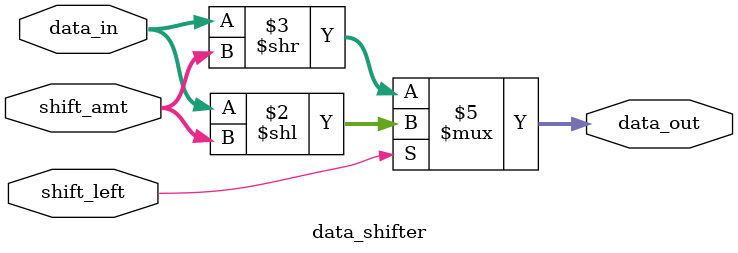
<source format=sv>
module var_width_shifter_axi4lite #(
    parameter ADDR_WIDTH = 4, // 16 bytes address space
    parameter DATA_WIDTH = 32
)(
    input  wire                   ACLK,
    input  wire                   ARESETN,

    // AXI4-Lite Slave Write Address Channel
    input  wire [ADDR_WIDTH-1:0]  S_AXI_AWADDR,
    input  wire                   S_AXI_AWVALID,
    output reg                    S_AXI_AWREADY,

    // AXI4-Lite Slave Write Data Channel
    input  wire [DATA_WIDTH-1:0]  S_AXI_WDATA,
    input  wire [(DATA_WIDTH/8)-1:0] S_AXI_WSTRB,
    input  wire                   S_AXI_WVALID,
    output reg                    S_AXI_WREADY,

    // AXI4-Lite Slave Write Response Channel
    output reg  [1:0]             S_AXI_BRESP,
    output reg                    S_AXI_BVALID,
    input  wire                   S_AXI_BREADY,

    // AXI4-Lite Slave Read Address Channel
    input  wire [ADDR_WIDTH-1:0]  S_AXI_ARADDR,
    input  wire                   S_AXI_ARVALID,
    output reg                    S_AXI_ARREADY,

    // AXI4-Lite Slave Read Data Channel
    output reg [DATA_WIDTH-1:0]   S_AXI_RDATA,
    output reg [1:0]              S_AXI_RRESP,
    output reg                    S_AXI_RVALID,
    input  wire                   S_AXI_RREADY
);

    // Internal Registers
    reg [DATA_WIDTH-1:0] reg_data;        // Input data register
    reg [1:0]            reg_width_sel;   // Width select register
    reg [4:0]            reg_shift_amt;   // Shift amount register
    reg                  reg_shift_left;  // Shift direction register
    reg [DATA_WIDTH-1:0] reg_result;      // Output result register

    // AXI4-Lite Address Map
    localparam ADDR_DATA      = 4'h0;
    localparam ADDR_WIDTH_SEL = 4'h4;
    localparam ADDR_SHIFT_AMT = 4'h8;
    localparam ADDR_SHIFT_LFT = 4'hC;
    localparam ADDR_RESULT    = 4'h10;

    // Internal AXI Write FSM
    reg [1:0] axi_wrstate;
    localparam WR_IDLE = 2'd0,
               WR_DATA = 2'd1,
               WR_RESP = 2'd2;

    // Internal AXI Read FSM
    reg [1:0] axi_rdstate;
    localparam RD_IDLE = 2'd0,
               RD_DATA = 2'd1;

    // Write Address/Data Latch
    reg [ADDR_WIDTH-1:0] axi_awaddr_latched;

    // Signals for submodules
    wire [DATA_WIDTH-1:0] masked_data;
    wire [DATA_WIDTH-1:0] shifted_data;

    // Write FSM
    always @(posedge ACLK) begin
        if (!ARESETN) begin
            axi_wrstate         <= WR_IDLE;
            S_AXI_AWREADY       <= 1'b0;
            S_AXI_WREADY        <= 1'b0;
            S_AXI_BVALID        <= 1'b0;
            S_AXI_BRESP         <= 2'b00;
            axi_awaddr_latched  <= {ADDR_WIDTH{1'b0}};
        end else begin
            case (axi_wrstate)
                WR_IDLE: begin
                    S_AXI_AWREADY <= 1'b1;
                    S_AXI_WREADY  <= 1'b1;
                    S_AXI_BVALID  <= 1'b0;
                    if (S_AXI_AWVALID && S_AXI_WVALID) begin
                        axi_awaddr_latched <= S_AXI_AWADDR;
                        S_AXI_AWREADY <= 1'b0;
                        S_AXI_WREADY  <= 1'b0;
                        axi_wrstate   <= WR_RESP;
                    end
                end
                WR_RESP: begin
                    S_AXI_BVALID  <= 1'b1;
                    S_AXI_BRESP   <= 2'b00;
                    if (S_AXI_BREADY && S_AXI_BVALID) begin
                        S_AXI_BVALID <= 1'b0;
                        axi_wrstate  <= WR_IDLE;
                    end
                end
                default: begin
                    axi_wrstate <= WR_IDLE;
                end
            endcase
        end
    end

    // Write to Registers
    always @(posedge ACLK) begin
        if (!ARESETN) begin
            reg_data       <= {DATA_WIDTH{1'b0}};
            reg_width_sel  <= 2'b00;
            reg_shift_amt  <= 5'b00000;
            reg_shift_left <= 1'b0;
        end else if (S_AXI_AWREADY && S_AXI_AWVALID && S_AXI_WREADY && S_AXI_WVALID) begin
            case (S_AXI_AWADDR[ADDR_WIDTH-1:0])
                ADDR_DATA: begin
                    if (S_AXI_WSTRB[3]) reg_data[31:24] <= S_AXI_WDATA[31:24];
                    if (S_AXI_WSTRB[2]) reg_data[23:16] <= S_AXI_WDATA[23:16];
                    if (S_AXI_WSTRB[1]) reg_data[15:8]  <= S_AXI_WDATA[15:8];
                    if (S_AXI_WSTRB[0]) reg_data[7:0]   <= S_AXI_WDATA[7:0];
                end
                ADDR_WIDTH_SEL: begin
                    if (S_AXI_WSTRB[0]) reg_width_sel <= S_AXI_WDATA[1:0];
                end
                ADDR_SHIFT_AMT: begin
                    if (S_AXI_WSTRB[0]) reg_shift_amt <= S_AXI_WDATA[4:0];
                end
                ADDR_SHIFT_LFT: begin
                    if (S_AXI_WSTRB[0]) reg_shift_left <= S_AXI_WDATA[0];
                end
                default: ;
            endcase
        end
    end

    // Read FSM
    always @(posedge ACLK) begin
        if (!ARESETN) begin
            axi_rdstate    <= RD_IDLE;
            S_AXI_ARREADY  <= 1'b0;
            S_AXI_RVALID   <= 1'b0;
            S_AXI_RRESP    <= 2'b00;
            S_AXI_RDATA    <= {DATA_WIDTH{1'b0}};
        end else begin
            case (axi_rdstate)
                RD_IDLE: begin
                    S_AXI_ARREADY <= 1'b1;
                    S_AXI_RVALID  <= 1'b0;
                    if (S_AXI_ARVALID && S_AXI_ARREADY) begin
                        S_AXI_ARREADY <= 1'b0;
                        S_AXI_RVALID  <= 1'b1;
                        case (S_AXI_ARADDR[ADDR_WIDTH-1:0])
                            ADDR_DATA:       S_AXI_RDATA <= reg_data;
                            ADDR_WIDTH_SEL:  S_AXI_RDATA <= {30'b0, reg_width_sel};
                            ADDR_SHIFT_AMT:  S_AXI_RDATA <= {27'b0, reg_shift_amt};
                            ADDR_SHIFT_LFT:  S_AXI_RDATA <= {31'b0, reg_shift_left};
                            ADDR_RESULT:     S_AXI_RDATA <= reg_result;
                            default:         S_AXI_RDATA <= 32'hDEADBEEF;
                        endcase
                        S_AXI_RRESP   <= 2'b00;
                        axi_rdstate   <= RD_DATA;
                    end
                end
                RD_DATA: begin
                    if (S_AXI_RVALID && S_AXI_RREADY) begin
                        S_AXI_RVALID  <= 1'b0;
                        axi_rdstate   <= RD_IDLE;
                    end
                end
                default: begin
                    axi_rdstate <= RD_IDLE;
                end
            endcase
        end
    end

    // Masking submodule instance
    data_masker u_data_masker (
        .data_in    (reg_data),
        .width_sel  (reg_width_sel),
        .data_out   (masked_data)
    );

    // Shifting submodule instance
    data_shifter u_data_shifter (
        .data_in    (masked_data),
        .shift_amt  (reg_shift_amt),
        .shift_left (reg_shift_left),
        .data_out   (shifted_data)
    );

    // Output result register with synchronous reset
    always @(posedge ACLK) begin
        if (!ARESETN)
            reg_result <= {DATA_WIDTH{1'b0}};
        else
            reg_result <= shifted_data;
    end

endmodule

// -----------------------------------------------------------------------------
// Submodule: Data Masker
// Function: Masks input data according to the width selection signal
// -----------------------------------------------------------------------------
module data_masker(
    input  wire [31:0] data_in,
    input  wire [1:0]  width_sel,
    output reg  [31:0] data_out
);
    always @(*) begin
        case (width_sel)
            2'b00: data_out = {24'b0, data_in[7:0]};     // 8-bit mode
            2'b01: data_out = {16'b0, data_in[15:0]};    // 16-bit mode
            2'b10: data_out = {8'b0, data_in[23:0]};     // 24-bit mode
            default: data_out = data_in;                 // 32-bit mode
        endcase
    end
endmodule

// -----------------------------------------------------------------------------
// Submodule: Data Shifter
// Function: Performs left or right shift on input data by shift_amt
// -----------------------------------------------------------------------------
module data_shifter(
    input  wire [31:0] data_in,
    input  wire [4:0]  shift_amt,
    input  wire        shift_left,
    output reg  [31:0] data_out
);
    always @(*) begin
        if (shift_left)
            data_out = data_in << shift_amt;
        else
            data_out = data_in >> shift_amt;
    end
endmodule
</source>
